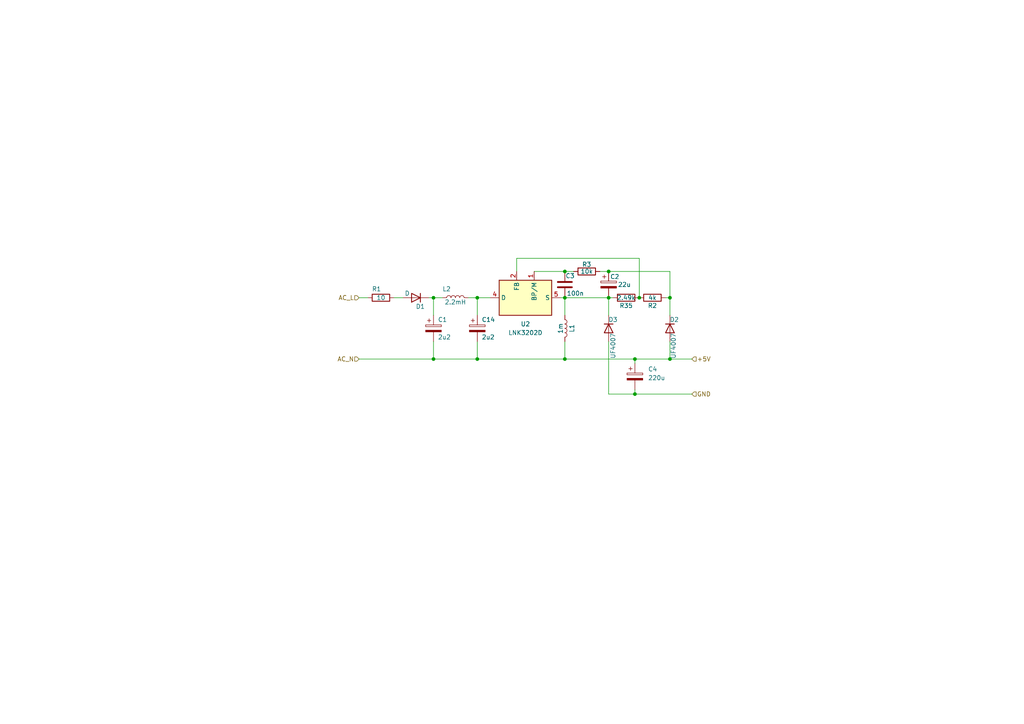
<source format=kicad_sch>
(kicad_sch (version 20231120) (generator "eeschema") (generator_version "8.0")
  (paper "A4")
  (lib_symbols
    (symbol "Device:C" (pin_numbers hide) (pin_names (offset 0.254))
      (property "Reference" "C" (at 0.635 2.54 0))
      (property "Value" "C" (at 0.635 -2.54 0))
      (symbol "C_0_1"
        (polyline (pts (xy -2.032 -0.762) (xy 2.032 -0.762)) (stroke (width 0.508)))
        (polyline (pts (xy -2.032 0.762) (xy 2.032 0.762)) (stroke (width 0.508)))
      )
      (symbol "C_1_1"
        (pin passive line (at 0 3.81 270) (length 2.794) (name "~") (number "1"))
        (pin passive line (at 0 -3.81 90) (length 2.794) (name "~") (number "2"))
      )
    )
    (symbol "Device:C_Polarized" (pin_numbers hide) (pin_names (offset 0.254))
      (property "Reference" "C" (at 0.635 2.54 0))
      (property "Value" "C_Polarized" (at 0.635 -2.54 0))
      (symbol "C_Polarized_0_1"
        (rectangle (start -2.286 0.508) (end 2.286 1.016))
        (polyline (pts (xy -1.778 2.286) (xy -0.762 2.286)))
        (polyline (pts (xy -1.27 2.794) (xy -1.27 1.778)))
        (rectangle (start 2.286 -0.508) (end -2.286 -1.016) (fill (type outline)))
      )
      (symbol "C_Polarized_1_1"
        (pin passive line (at 0 3.81 270) (length 2.794) (name "~") (number "1"))
        (pin passive line (at 0 -3.81 90) (length 2.794) (name "~") (number "2"))
      )
    )
    (symbol "Device:D" (pin_numbers hide) (pin_names (offset 1.016) hide)
      (property "Reference" "D" (at 0 2.54 0))
      (property "Value" "D" (at 0 -2.54 0))
      (symbol "D_0_1"
        (polyline (pts (xy -1.27 1.27) (xy -1.27 -1.27)) (stroke (width 0.254)))
        (polyline (pts (xy 1.27 0) (xy -1.27 0)))
        (polyline (pts (xy 1.27 1.27) (xy 1.27 -1.27) (xy -1.27 0) (xy 1.27 1.27)) (stroke (width 0.254)))
      )
      (symbol "D_1_1"
        (pin passive line (at -3.81 0 0) (length 2.54) (name "K") (number "1"))
        (pin passive line (at 3.81 0 180) (length 2.54) (name "A") (number "2"))
      )
    )
    (symbol "Device:L" (pin_numbers hide) (pin_names (offset 1.016) hide)
      (property "Reference" "L" (at -1.27 0 90))
      (property "Value" "L" (at 1.905 0 90))
      (symbol "L_0_1"
        (arc (start 0 -2.54) (mid 0.6323 -1.905) (end 0 -1.27))
        (arc (start 0 -1.27) (mid 0.6323 -0.635) (end 0 0))
        (arc (start 0 0) (mid 0.6323 0.635) (end 0 1.27))
        (arc (start 0 1.27) (mid 0.6323 1.905) (end 0 2.54))
      )
      (symbol "L_1_1"
        (pin passive line (at 0 3.81 270) (length 1.27) (name "1") (number "1"))
        (pin passive line (at 0 -3.81 90) (length 1.27) (name "2") (number "2"))
      )
    )
    (symbol "Device:R" (pin_numbers hide) (pin_names (offset 0))
      (property "Reference" "R" (at 2.032 0 90))
      (property "Value" "R" (at 0 0 90))
      (symbol "R_0_1"
        (rectangle (start -1.016 -2.54) (end 1.016 2.54) (stroke (width 0.254)))
      )
      (symbol "R_1_1"
        (pin passive line (at 0 3.81 270) (length 1.27) (name "~") (number "1"))
        (pin passive line (at 0 -3.81 90) (length 1.27) (name "~") (number "2"))
      )
    )
    (symbol "Regulator_Switching:LNK3202D"
      (property "Reference" "U" (at 0 -6.35 0))
      (property "Value" "LNK3202D" (at 0 -8.89 0))
      (symbol "LNK3202D_0_1"
        (rectangle (start -7.62 5.08) (end 7.62 -5.08) (stroke (width 0.254)) (fill (type background)))
      )
      (symbol "LNK3202D_1_1"
        (pin input line (at 2.54 7.62 270) (length 2.54) (name "BP/M") (number "1"))
        (pin input line (at -2.54 7.62 270) (length 2.54) (name "FB") (number "2"))
        (pin open_collector line (at -10.16 0 0) (length 2.54) (name "D") (number "4"))
        (pin power_in line (at 10.16 0 180) (length 2.54) (name "S") (number "5"))
        (pin passive line (at 10.16 0 180) (length 2.54) hide (name "S") (number "6"))
        (pin passive line (at 10.16 0 180) (length 2.54) hide (name "S") (number "7"))
        (pin passive line (at 10.16 0 180) (length 2.54) hide (name "S") (number "8"))
      )
    )
  )
  (junction (at 194.31 104.14))
  (junction (at 125.73 104.14))
  (junction (at 138.43 86.36))
  (junction (at 163.83 86.36))
  (junction (at 194.31 86.36))
  (junction (at 163.83 104.14))
  (junction (at 184.15 104.14))
  (junction (at 176.53 78.74))
  (junction (at 138.43 104.14))
  (junction (at 125.73 86.36))
  (junction (at 163.83 78.74))
  (junction (at 185.42 86.36))
  (junction (at 184.15 114.3))
  (junction (at 176.53 86.36))
  (wire (pts (xy 176.53 86.36) (xy 176.53 91.44)))
  (wire (pts (xy 125.73 104.14) (xy 138.43 104.14)))
  (wire (pts (xy 149.86 78.74) (xy 149.86 74.93)))
  (wire (pts (xy 124.46 86.36) (xy 125.73 86.36)))
  (wire (pts (xy 194.31 91.44) (xy 194.31 86.36)))
  (wire (pts (xy 154.94 78.74) (xy 163.83 78.74)))
  (wire (pts (xy 194.31 86.36) (xy 194.31 78.74)))
  (wire (pts (xy 163.83 99.06) (xy 163.83 104.14)))
  (wire (pts (xy 138.43 104.14) (xy 163.83 104.14)))
  (wire (pts (xy 163.83 104.14) (xy 184.15 104.14)))
  (wire (pts (xy 163.83 86.36) (xy 163.83 91.44)))
  (wire (pts (xy 135.89 86.36) (xy 138.43 86.36)))
  (wire (pts (xy 184.15 104.14) (xy 194.31 104.14)))
  (wire (pts (xy 194.31 99.06) (xy 194.31 104.14)))
  (wire (pts (xy 176.53 114.3) (xy 184.15 114.3)))
  (wire (pts (xy 184.15 114.3) (xy 200.66 114.3)))
  (wire (pts (xy 114.3 86.36) (xy 116.84 86.36)))
  (wire (pts (xy 149.86 74.93) (xy 185.42 74.93)))
  (wire (pts (xy 104.14 104.14) (xy 125.73 104.14)))
  (wire (pts (xy 184.15 113.03) (xy 184.15 114.3)))
  (wire (pts (xy 125.73 86.36) (xy 125.73 91.44)))
  (wire (pts (xy 162.56 86.36) (xy 163.83 86.36)))
  (wire (pts (xy 193.04 86.36) (xy 194.31 86.36)))
  (wire (pts (xy 163.83 86.36) (xy 176.53 86.36)))
  (wire (pts (xy 163.83 78.74) (xy 166.37 78.74)))
  (wire (pts (xy 138.43 86.36) (xy 138.43 91.44)))
  (wire (pts (xy 176.53 78.74) (xy 194.31 78.74)))
  (wire (pts (xy 104.14 86.36) (xy 106.68 86.36)))
  (wire (pts (xy 194.31 104.14) (xy 200.66 104.14)))
  (wire (pts (xy 176.53 86.36) (xy 177.8 86.36)))
  (wire (pts (xy 176.53 99.06) (xy 176.53 114.3)))
  (wire (pts (xy 184.15 104.14) (xy 184.15 105.41)))
  (wire (pts (xy 173.99 78.74) (xy 176.53 78.74)))
  (wire (pts (xy 138.43 86.36) (xy 142.24 86.36)))
  (wire (pts (xy 128.27 86.36) (xy 125.73 86.36)))
  (wire (pts (xy 125.73 104.14) (xy 125.73 99.06)))
  (wire (pts (xy 185.42 74.93) (xy 185.42 86.36)))
  (wire (pts (xy 138.43 99.06) (xy 138.43 104.14)))
  (hierarchical_label "AC_N" (shape input) (at 104.14 104.14 180))
  (hierarchical_label "AC_L" (shape input) (at 104.14 86.36 180))
  (hierarchical_label "GND" (shape input) (at 200.66 114.3 0))
  (hierarchical_label "+5V" (shape input) (at 200.66 104.14 0))
  (symbol (lib_id "Device:D") (at 194.31 95.25 270) (unit 1)
    (property "Reference" "D2" (at 195.58 92.71 90))
    (property "Value" "UF4007" (at 195.326 100.33 0))
    (property "Footprint" "Diode_SMD:D_SMA_Handsoldering" (effects (hide yes)))
  )
  (symbol (lib_id "Device:R") (at 181.61 86.36 90) (unit 1)
    (property "Reference" "R35" (at 181.61 88.646 90))
    (property "Value" "2.49k" (at 181.61 86.36 90))
    (property "Footprint" "Resistor_SMD:R_0603_1608Metric" (effects (hide yes)))
  )
  (symbol (lib_id "Device:R") (at 189.23 86.36 270) (unit 1)
    (property "Reference" "R2" (at 189.23 88.646 90))
    (property "Value" "4k" (at 189.23 86.36 90))
    (property "Footprint" "Resistor_SMD:R_0603_1608Metric" (effects (hide yes)))
  )
  (symbol (lib_id "Device:L") (at 163.83 95.25 0) (unit 1)
    (property "Reference" "L1" (at 165.862 95.25 90))
    (property "Value" "1m" (at 162.56 95.25 90))
    (property "Footprint" "Inductor_THT:L_Radial_D10.0mm_P5.00mm_Fastron_07P" (effects (hide yes)))
  )
  (symbol (lib_id "Device:C_Polarized") (at 138.43 95.25 0) (unit 1)
    (property "Reference" "C14" (at 139.7 92.71 0) (effects (justify left)))
    (property "Value" "2u2" (at 139.7 97.79 0) (effects (justify left)))
    (property "Footprint" "Capacitor_THT:CP_Radial_D8.0mm_P3.80mm" (effects (hide yes)))
  )
  (symbol (lib_id "Device:D") (at 120.65 86.36 180) (unit 1)
    (property "Reference" "D1" (at 121.92 88.9 0))
    (property "Value" "D" (at 118.11 85.09 0))
    (property "Footprint" "Diode_SMD:D_SMA_Handsoldering" (effects (hide yes)))
  )
  (symbol (lib_id "Device:C") (at 163.83 82.55 180) (unit 1)
    (property "Reference" "C3" (at 165.354 80.01 0))
    (property "Value" "100n" (at 166.878 85.09 0))
    (property "Footprint" "Capacitor_SMD:C_0603_1608Metric" (effects (hide yes)))
    (property "Description" "Unpolarized capacitor" (effects (hide yes)))
  )
  (symbol (lib_id "Regulator_Switching:LNK3202D") (at 152.4 86.36 0) (unit 1)
    (property "Reference" "U2" (at 152.4 93.98 0))
    (property "Value" "LNK3202D" (at 152.4 96.52 0))
    (property "Footprint" "Package_SO:PowerIntegrations_SO-8C" (effects (hide yes)))
    (property "Datasheet" "https://ac-dc.power.com/sites/default/files/product-docs/LinkSwitch-TN2_family_datasheet.pdf" (effects (hide yes)))
    (property "Description" "LinkSwitch-TN2 Family, 80mA Output Current, SO-8C" (effects (hide yes)))
  )
  (symbol (lib_id "Device:L") (at 132.08 86.36 90) (unit 1)
    (property "Reference" "L2" (at 129.54 83.82 90))
    (property "Value" "2.2mH" (at 132.08 87.63 90))
    (property "Footprint" "Inductor_THT:L_Axial_L7.0mm_D3.3mm_P12.70mm_Horizontal_Fastron_MICC" (effects (hide yes)))
  )
  (symbol (lib_id "Device:C_Polarized") (at 176.53 82.55 0) (unit 1)
    (property "Reference" "C2" (at 178.308 80.264 0))
    (property "Value" "22u" (at 181.102 82.55 0))
    (property "Footprint" "Capacitor_THT:CP_Radial_D5.0mm_P2.50mm" (effects (hide yes)))
  )
  (symbol (lib_id "Device:R") (at 170.18 78.74 270) (unit 1)
    (property "Reference" "R3" (at 170.18 76.708 90))
    (property "Value" "10k" (at 170.18 78.74 90))
    (property "Footprint" "Resistor_SMD:R_0603_1608Metric" (effects (hide yes)))
  )
  (symbol (lib_id "Device:R") (at 110.49 86.36 90) (unit 1)
    (property "Reference" "R1" (at 109.22 83.82 90))
    (property "Value" "10" (at 110.49 86.36 90))
    (property "Footprint" "Resistor_SMD:R_2512_6332Metric" (effects (hide yes)))
  )
  (symbol (lib_id "Device:C_Polarized") (at 184.15 109.22 0) (unit 1)
    (property "Reference" "C4" (at 187.96 107.0609 0) (effects (justify left)))
    (property "Value" "220u" (at 187.96 109.6009 0) (effects (justify left)))
    (property "Footprint" "Capacitor_THT:CP_Radial_D8.0mm_P3.50mm" (effects (hide yes)))
  )
  (symbol (lib_id "Device:C_Polarized") (at 125.73 95.25 0) (unit 1)
    (property "Reference" "C1" (at 127 92.71 0) (effects (justify left)))
    (property "Value" "2u2" (at 127 97.79 0) (effects (justify left)))
    (property "Footprint" "Capacitor_THT:CP_Radial_D8.0mm_P3.80mm" (effects (hide yes)))
  )
  (symbol (lib_id "Device:D") (at 176.53 95.25 270) (unit 1)
    (property "Reference" "D3" (at 177.8 92.71 90))
    (property "Value" "UF4007" (at 177.8 100.33 0))
    (property "Footprint" "Diode_SMD:D_SMA_Handsoldering" (effects (hide yes)))
  )
)
</source>
